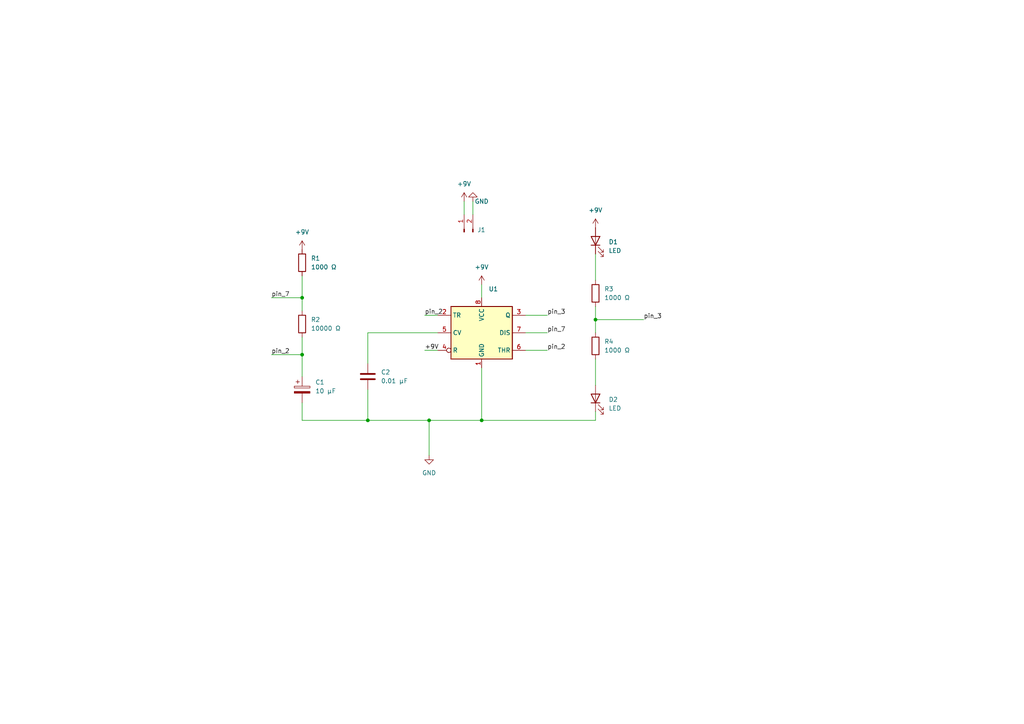
<source format=kicad_sch>
(kicad_sch (version 20211123) (generator eeschema)
  (paper "A4")
  (title_block (title "Exercise 2") (date "2023-01-27"))
  (lib_symbols
    (symbol "Connector:Conn_01x02_Male" (pin_names (offset 1.016) hide)
      (property "Reference" "J" (at 0 2.54 0))
      (property "Value" "Conn_01x02_Male" (at 0 -5.08 0))
      (symbol "Conn_01x02_Male_1_1"
        (polyline (pts (xy 1.27 -2.54) (xy 0.8636 -2.54)) (stroke (width 0.1524)))
        (polyline (pts (xy 1.27 0) (xy 0.8636 0)) (stroke (width 0.1524)))
        (rectangle (start 0.8636 -2.413) (end 0 -2.667) (stroke (width 0.1524)) (fill (type outline)))
        (rectangle (start 0.8636 0.127) (end 0 -0.127) (stroke (width 0.1524)) (fill (type outline)))
        (pin passive line (at 5.08 0 180) (length 3.81) (name "Pin_1") (number "1"))
        (pin passive line (at 5.08 -2.54 180) (length 3.81) (name "Pin_2") (number "2"))
      )
    )
    (symbol "Device:C" (pin_numbers hide) (pin_names (offset 0.254))
      (property "Reference" "C" (at 0.635 2.54 0))
      (property "Value" "C" (at 0.635 -2.54 0))
      (symbol "C_0_1"
        (polyline (pts (xy -2.032 -0.762) (xy 2.032 -0.762)) (stroke (width 0.508)))
        (polyline (pts (xy -2.032 0.762) (xy 2.032 0.762)) (stroke (width 0.508)))
      )
      (symbol "C_1_1"
        (pin passive line (at 0 3.81 270) (length 2.794) (name "~") (number "1"))
        (pin passive line (at 0 -3.81 90) (length 2.794) (name "~") (number "2"))
      )
    )
    (symbol "Device:C_Polarized" (pin_numbers hide) (pin_names (offset 0.254))
      (property "Reference" "C" (at 0.635 2.54 0))
      (property "Value" "C_Polarized" (at 0.635 -2.54 0))
      (symbol "C_Polarized_0_1"
        (rectangle (start -2.286 0.508) (end 2.286 1.016))
        (polyline (pts (xy -1.778 2.286) (xy -0.762 2.286)))
        (polyline (pts (xy -1.27 2.794) (xy -1.27 1.778)))
        (rectangle (start 2.286 -0.508) (end -2.286 -1.016) (fill (type outline)))
      )
      (symbol "C_Polarized_1_1"
        (pin passive line (at 0 3.81 270) (length 2.794) (name "~") (number "1"))
        (pin passive line (at 0 -3.81 90) (length 2.794) (name "~") (number "2"))
      )
    )
    (symbol "Device:LED" (pin_numbers hide) (pin_names (offset 1.016) hide)
      (property "Reference" "D" (at 0 2.54 0))
      (property "Value" "LED" (at 0 -2.54 0))
      (symbol "LED_0_1"
        (polyline (pts (xy -1.27 -1.27) (xy -1.27 1.27)) (stroke (width 0.254)))
        (polyline (pts (xy -1.27 0) (xy 1.27 0)))
        (polyline (pts (xy 1.27 -1.27) (xy 1.27 1.27) (xy -1.27 0) (xy 1.27 -1.27)) (stroke (width 0.254)))
        (polyline (pts (xy -3.048 -0.762) (xy -4.572 -2.286) (xy -3.81 -2.286) (xy -4.572 -2.286) (xy -4.572 -1.524)))
        (polyline (pts (xy -1.778 -0.762) (xy -3.302 -2.286) (xy -2.54 -2.286) (xy -3.302 -2.286) (xy -3.302 -1.524)))
      )
      (symbol "LED_1_1"
        (pin passive line (at -3.81 0 0) (length 2.54) (name "K") (number "1"))
        (pin passive line (at 3.81 0 180) (length 2.54) (name "A") (number "2"))
      )
    )
    (symbol "Device:R" (pin_numbers hide) (pin_names (offset 0))
      (property "Reference" "R" (at 2.032 0 90))
      (property "Value" "R" (at 0 0 90))
      (symbol "R_0_1"
        (rectangle (start -1.016 -2.54) (end 1.016 2.54) (stroke (width 0.254)))
      )
      (symbol "R_1_1"
        (pin passive line (at 0 3.81 270) (length 1.27) (name "~") (number "1"))
        (pin passive line (at 0 -3.81 90) (length 1.27) (name "~") (number "2"))
      )
    )
    (symbol "Timer:NE555D"
      (property "Reference" "U" (at -10.16 8.89 0))
      (property "Value" "NE555D" (at 2.54 8.89 0))
      (symbol "NE555D_0_0"
        (pin power_in line (at 0 -10.16 90) (length 2.54) (name "GND") (number "1"))
        (pin power_in line (at 0 10.16 270) (length 2.54) (name "VCC") (number "8"))
      )
      (symbol "NE555D_0_1"
        (rectangle (start -8.89 -7.62) (end 8.89 7.62) (stroke (width 0.254)) (fill (type background)))
        (rectangle (start -8.89 -7.62) (end 8.89 7.62) (stroke (width 0.254)) (fill (type background)))
      )
      (symbol "NE555D_1_1"
        (pin input line (at -12.7 5.08 0) (length 3.81) (name "TR") (number "2"))
        (pin output line (at 12.7 5.08 180) (length 3.81) (name "Q") (number "3"))
        (pin input inverted (at -12.7 -5.08 0) (length 3.81) (name "R") (number "4"))
        (pin input line (at -12.7 0 0) (length 3.81) (name "CV") (number "5"))
        (pin input line (at 12.7 -5.08 180) (length 3.81) (name "THR") (number "6"))
        (pin input line (at 12.7 0 180) (length 3.81) (name "DIS") (number "7"))
      )
    )
    (symbol "power:+9V" (power) (pin_names (offset 0))
      (property "Value" "+9V" (at 0 3.556 0))
      (symbol "+9V_0_1"
        (polyline (pts (xy -0.762 1.27) (xy 0 2.54)))
        (polyline (pts (xy 0 0) (xy 0 2.54)))
        (polyline (pts (xy 0 2.54) (xy 0.762 1.27)))
      )
      (symbol "+9V_1_1"
        (pin power_in line (at 0 0 90) (length 0) hide (name "+9V") (number "1"))
      )
    )
    (symbol "power:GND" (power) (pin_names (offset 0))
      (property "Value" "GND" (at 0 -3.81 0))
      (symbol "GND_0_1"
        (polyline (pts (xy 0 0) (xy 0 -1.27) (xy 1.27 -1.27) (xy 0 -2.54) (xy -1.27 -1.27) (xy 0 -1.27)))
      )
      (symbol "GND_1_1"
        (pin power_in line (at 0 0 270) (length 0) hide (name "GND") (number "1"))
      )
    )
  )
  (junction (at 172.72 92.71))
  (junction (at 106.68 121.92))
  (junction (at 87.63 86.36))
  (junction (at 87.63 102.87))
  (junction (at 124.46 121.92))
  (junction (at 139.7 121.92))
  (wire (pts (xy 139.7 106.68) (xy 139.7 121.92)))
  (wire (pts (xy 134.62 58.42) (xy 134.62 62.23)))
  (wire (pts (xy 78.74 86.36) (xy 87.63 86.36)))
  (wire (pts (xy 87.63 116.84) (xy 87.63 121.92)))
  (wire (pts (xy 124.46 121.92) (xy 139.7 121.92)))
  (wire (pts (xy 172.72 121.92) (xy 172.72 119.38)))
  (wire (pts (xy 124.46 121.92) (xy 124.46 132.08)))
  (wire (pts (xy 172.72 92.71) (xy 186.69 92.71)))
  (wire (pts (xy 87.63 102.87) (xy 87.63 109.22)))
  (wire (pts (xy 137.16 58.42) (xy 137.16 62.23)))
  (wire (pts (xy 106.68 121.92) (xy 124.46 121.92)))
  (wire (pts (xy 127 96.52) (xy 106.68 96.52)))
  (wire (pts (xy 123.19 91.44) (xy 127 91.44)))
  (wire (pts (xy 172.72 73.66) (xy 172.72 81.28)))
  (wire (pts (xy 106.68 113.03) (xy 106.68 121.92)))
  (wire (pts (xy 172.72 92.71) (xy 172.72 96.52)))
  (wire (pts (xy 152.4 96.52) (xy 158.75 96.52)))
  (wire (pts (xy 139.7 82.55) (xy 139.7 86.36)))
  (wire (pts (xy 123.19 101.6) (xy 127 101.6)))
  (wire (pts (xy 87.63 80.01) (xy 87.63 86.36)))
  (wire (pts (xy 78.74 102.87) (xy 87.63 102.87)))
  (wire (pts (xy 172.72 88.9) (xy 172.72 92.71)))
  (wire (pts (xy 87.63 97.79) (xy 87.63 102.87)))
  (wire (pts (xy 87.63 121.92) (xy 106.68 121.92)))
  (wire (pts (xy 139.7 121.92) (xy 172.72 121.92)))
  (wire (pts (xy 106.68 96.52) (xy 106.68 105.41)))
  (wire (pts (xy 152.4 91.44) (xy 158.75 91.44)))
  (wire (pts (xy 87.63 86.36) (xy 87.63 90.17)))
  (wire (pts (xy 152.4 101.6) (xy 158.75 101.6)))
  (wire (pts (xy 172.72 104.14) (xy 172.72 111.76)))
  (label "pin_7" (at 158.75 96.52 0))
  (label "pin_7" (at 78.74 86.36 0))
  (label "pin_3" (at 186.69 92.71 0))
  (label "pin_2" (at 158.75 101.6 0))
  (label "pin_2" (at 78.74 102.87 0))
  (label "pin_3" (at 158.75 91.44 0))
  (label "pin_2" (at 123.19 91.44 0))
  (label "+9V" (at 123.19 101.6 0))
  (symbol (lib_id "power:GND") (at 137.16 58.42 180) (unit 1)
    (property "Reference" "#PWR?" (effects hide))
    (property "Value" "GND" (at 139.7 58.42 0))
  )
  (symbol (lib_id "Device:C") (at 106.68 109.22 0) (unit 1)
    (property "Reference" "C2" (at 110.49 107.9499 0) (effects (justify left)))
    (property "Value" "0.01 µF" (at 110.49 110.4899 0) (effects (justify left)))
    (property "Footprint" "Capacitor_SMD:C_0805_2012Metric_Pad1.18x1.45mm_HandSolder" (effects hide))
  )
  (symbol (lib_id "power:+9V") (at 139.7 82.55 0) (unit 1)
    (property "Reference" "#PWR?" (effects hide))
    (property "Value" "+9V" (at 139.7 77.47 0))
  )
  (symbol (lib_id "Connector:Conn_01x02_Male") (at 134.62 67.31 90) (unit 1)
    (property "Reference" "J1" (at 138.43 66.6749 90) (effects (justify right)))
    (property "Value" "9V" (effects hide))
    (property "Footprint" "TerminalBlock:TerminalBlock_bornier-2_P5.08mm" (effects hide))
  )
  (symbol (lib_id "power:+9V") (at 172.72 66.04 0) (unit 1)
    (property "Reference" "#PWR?" (effects hide))
    (property "Value" "+9V" (at 172.72 60.96 0))
  )
  (symbol (lib_id "power:+9V") (at 87.63 72.39 0) (unit 1)
    (property "Reference" "#PWR?" (effects hide))
    (property "Value" "+9V" (at 87.63 67.31 0))
  )
  (symbol (lib_id "Device:R") (at 172.72 85.09 0) (unit 1)
    (property "Reference" "R3" (at 175.26 83.8199 0) (effects (justify left)))
    (property "Value" "1000 Ω" (at 175.26 86.3599 0) (effects (justify left)))
    (property "Footprint" "Resistor_SMD:R_0805_2012Metric_Pad1.20x1.40mm_HandSolder" (effects hide))
  )
  (symbol (lib_id "Timer:NE555D") (at 139.7 96.52 0) (unit 1)
    (property "Reference" "U1" (at 141.7194 83.82 0) (effects (justify left)))
    (property "Value" "NE555D" (effects hide))
    (property "Footprint" "Package_SO:SOIC-8-1EP_3.9x4.9mm_P1.27mm_EP2.29x3mm" (effects hide))
    (property "Datasheet" "http://www.ti.com/lit/ds/symlink/ne555.pdf" (effects hide))
  )
  (symbol (lib_id "power:+9V") (at 134.62 58.42 0) (unit 1)
    (property "Reference" "#PWR?" (effects hide))
    (property "Value" "+9V" (at 134.62 53.34 0))
  )
  (symbol (lib_id "Device:R") (at 87.63 93.98 0) (unit 1)
    (property "Reference" "R2" (at 90.17 92.7099 0) (effects (justify left)))
    (property "Value" "10000 Ω" (at 90.17 95.2499 0) (effects (justify left)))
    (property "Footprint" "Resistor_SMD:R_0805_2012Metric_Pad1.20x1.40mm_HandSolder" (effects hide))
  )
  (symbol (lib_id "Device:LED") (at 172.72 69.85 90) (unit 1)
    (property "Reference" "D1" (at 176.53 70.1674 90) (effects (justify right)))
    (property "Value" "LED" (at 176.53 72.7074 90) (effects (justify right)))
    (property "Footprint" "LED_SMD:LED_1206_3216Metric_Pad1.42x1.75mm_HandSolder" (effects hide))
  )
  (symbol (lib_id "Device:R") (at 87.63 76.2 0) (unit 1)
    (property "Reference" "R1" (at 90.17 74.9299 0) (effects (justify left)))
    (property "Value" "1000 Ω" (at 90.17 77.4699 0) (effects (justify left)))
    (property "Footprint" "Resistor_SMD:R_0805_2012Metric_Pad1.20x1.40mm_HandSolder" (effects hide))
  )
  (symbol (lib_id "Device:R") (at 172.72 100.33 0) (unit 1)
    (property "Reference" "R4" (at 175.26 99.0599 0) (effects (justify left)))
    (property "Value" "1000 Ω" (at 175.26 101.5999 0) (effects (justify left)))
    (property "Footprint" "Resistor_SMD:R_0805_2012Metric_Pad1.20x1.40mm_HandSolder" (effects hide))
  )
  (symbol (lib_id "power:GND") (at 124.46 132.08 0) (unit 1)
    (property "Reference" "#PWR?" (effects hide))
    (property "Value" "GND" (at 124.46 137.16 0))
  )
  (symbol (lib_id "Device:C_Polarized") (at 87.63 113.03 0) (unit 1)
    (property "Reference" "C1" (at 91.44 110.8709 0) (effects (justify left)))
    (property "Value" "10 µF" (at 91.44 113.4109 0) (effects (justify left)))
    (property "Footprint" "Capacitor_Tantalum_SMD:CP_EIA-3216-18_Kemet-A_Pad1.58x1.35mm_HandSolder" (effects hide))
  )
  (symbol (lib_id "Device:LED") (at 172.72 115.57 90) (unit 1)
    (property "Reference" "D2" (at 176.53 115.8874 90) (effects (justify right)))
    (property "Value" "LED" (at 176.53 118.4274 90) (effects (justify right)))
    (property "Footprint" "LED_SMD:LED_1206_3216Metric_Pad1.42x1.75mm_HandSolder" (effects hide))
  )
)
</source>
